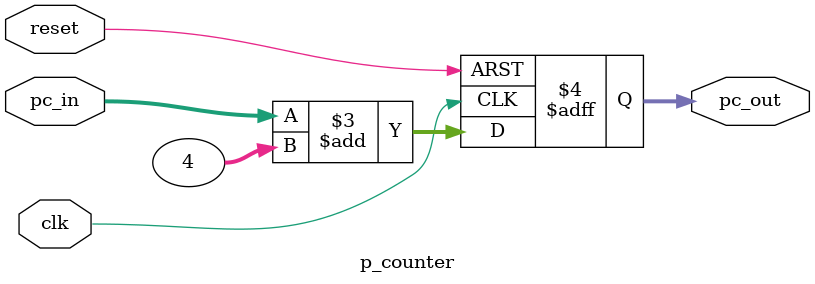
<source format=v>
module p_counter (
input  clk, 
input reset,
input [31:0] pc_in,
output reg [31:0] pc_out
);

always @ (posedge clk or negedge reset) begin 
	if(~reset) begin 
	pc_out <= 32'b0;
	end 
	else begin
	pc_out <= pc_in + 4;
	end 
end 
	endmodule 



</source>
